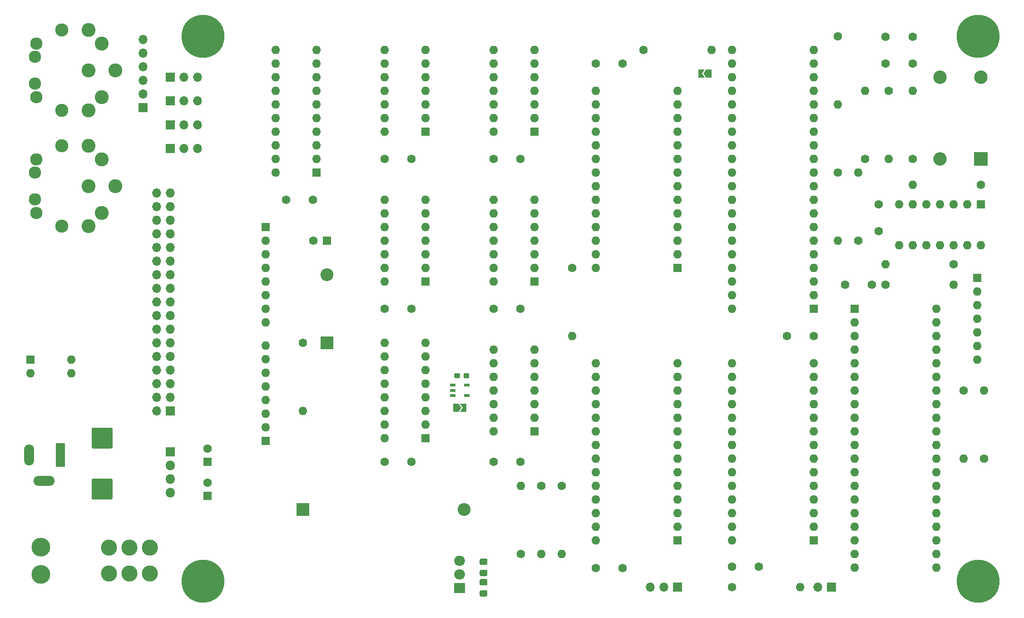
<source format=gbr>
%TF.GenerationSoftware,KiCad,Pcbnew,(5.1.10)-1*%
%TF.CreationDate,2022-09-04T00:24:51-04:00*%
%TF.ProjectId,1581-improved,31353831-2d69-46d7-9072-6f7665642e6b,2*%
%TF.SameCoordinates,Original*%
%TF.FileFunction,Soldermask,Top*%
%TF.FilePolarity,Negative*%
%FSLAX46Y46*%
G04 Gerber Fmt 4.6, Leading zero omitted, Abs format (unit mm)*
G04 Created by KiCad (PCBNEW (5.1.10)-1) date 2022-09-04 00:24:51*
%MOMM*%
%LPD*%
G01*
G04 APERTURE LIST*
%ADD10C,0.100000*%
%ADD11C,0.900000*%
%ADD12C,8.000000*%
%ADD13R,1.600000X1.600000*%
%ADD14C,1.600000*%
%ADD15R,1.700000X1.700000*%
%ADD16O,1.700000X1.700000*%
%ADD17C,2.600000*%
%ADD18C,2.300000*%
%ADD19C,2.450000*%
%ADD20O,1.600000X1.600000*%
%ADD21R,1.800000X1.800000*%
%ADD22O,1.800000X1.800000*%
%ADD23O,4.000000X1.800000*%
%ADD24O,1.800000X4.000000*%
%ADD25R,1.800000X4.400000*%
%ADD26R,1.000000X0.500000*%
%ADD27R,2.500000X2.500000*%
%ADD28C,2.500000*%
%ADD29C,3.500000*%
%ADD30C,3.000000*%
%ADD31R,2.000000X1.905000*%
%ADD32O,2.000000X1.905000*%
%ADD33R,2.400000X2.400000*%
%ADD34O,2.400000X2.400000*%
G04 APERTURE END LIST*
D10*
%TO.C,JP1*%
G36*
X177210000Y-46875000D02*
G01*
X178360000Y-46875000D01*
X177860000Y-47625000D01*
X178360000Y-48375000D01*
X177210000Y-48375000D01*
X177210000Y-46875000D01*
G37*
G36*
X178160000Y-47625000D02*
G01*
X178660000Y-46875000D01*
X179660000Y-46875000D01*
X179660000Y-48375000D01*
X178660000Y-48375000D01*
X178160000Y-47625000D01*
G37*
%TD*%
D11*
%TO.C,REF\u002A\u002A*%
X231483320Y-140118680D03*
X229362000Y-139240000D03*
X227240680Y-140118680D03*
X226362000Y-142240000D03*
X227240680Y-144361320D03*
X229362000Y-145240000D03*
X231483320Y-144361320D03*
X232362000Y-142240000D03*
D12*
X229362000Y-142240000D03*
%TD*%
D11*
%TO.C,REF\u002A\u002A*%
X231483320Y-38518680D03*
X229362000Y-37640000D03*
X227240680Y-38518680D03*
X226362000Y-40640000D03*
X227240680Y-42761320D03*
X229362000Y-43640000D03*
X231483320Y-42761320D03*
X232362000Y-40640000D03*
D12*
X229362000Y-40640000D03*
%TD*%
D11*
%TO.C,REF\u002A\u002A*%
X86957320Y-140118680D03*
X84836000Y-139240000D03*
X82714680Y-140118680D03*
X81836000Y-142240000D03*
X82714680Y-144361320D03*
X84836000Y-145240000D03*
X86957320Y-144361320D03*
X87836000Y-142240000D03*
D12*
X84836000Y-142240000D03*
%TD*%
D11*
%TO.C,REF\u002A\u002A*%
X86957320Y-38518680D03*
X84836000Y-37640000D03*
X82714680Y-38518680D03*
X81836000Y-40640000D03*
X82714680Y-42761320D03*
X84836000Y-43640000D03*
X86957320Y-42761320D03*
X87836000Y-40640000D03*
D12*
X84836000Y-40640000D03*
%TD*%
D13*
%TO.C,C18*%
X85725000Y-126365000D03*
D14*
X85725000Y-123865000D03*
%TD*%
D13*
%TO.C,C20*%
X107950000Y-78740000D03*
D14*
X105450000Y-78740000D03*
%TD*%
%TO.C,C22*%
X85725000Y-117515000D03*
D13*
X85725000Y-120015000D03*
%TD*%
D15*
%TO.C,CN1*%
X73660000Y-53975000D03*
D16*
X73660000Y-51435000D03*
X73660000Y-48895000D03*
X73660000Y-46355000D03*
X73660000Y-43815000D03*
X73660000Y-41275000D03*
%TD*%
D15*
%TO.C,CN2*%
X78740000Y-110490000D03*
D16*
X76200000Y-110490000D03*
X78740000Y-107950000D03*
X76200000Y-107950000D03*
X78740000Y-105410000D03*
X76200000Y-105410000D03*
X78740000Y-102870000D03*
X76200000Y-102870000D03*
X78740000Y-100330000D03*
X76200000Y-100330000D03*
X78740000Y-97790000D03*
X76200000Y-97790000D03*
X78740000Y-95250000D03*
X76200000Y-95250000D03*
X78740000Y-92710000D03*
X76200000Y-92710000D03*
X78740000Y-90170000D03*
X76200000Y-90170000D03*
X78740000Y-87630000D03*
X76200000Y-87630000D03*
X78740000Y-85090000D03*
X76200000Y-85090000D03*
X78740000Y-82550000D03*
X76200000Y-82550000D03*
X78740000Y-80010000D03*
X76200000Y-80010000D03*
X78740000Y-77470000D03*
X76200000Y-77470000D03*
X78740000Y-74930000D03*
X76200000Y-74930000D03*
X78740000Y-72390000D03*
X76200000Y-72390000D03*
X78740000Y-69850000D03*
X76200000Y-69850000D03*
%TD*%
D17*
%TO.C,CN3*%
X68500000Y-68580000D03*
X66000000Y-73580000D03*
X66000000Y-63580000D03*
X63500000Y-76080000D03*
X63500000Y-68580000D03*
X63500000Y-61080000D03*
D18*
X53800000Y-63580000D03*
X53800000Y-73580000D03*
X53500000Y-66080000D03*
X53500000Y-71080000D03*
D19*
X58500000Y-76080000D03*
X58500000Y-61080000D03*
%TD*%
D15*
%TO.C,CN5*%
X173355000Y-143383000D03*
D16*
X170815000Y-143383000D03*
X168275000Y-143383000D03*
%TD*%
%TO.C,EMI1*%
X83820000Y-52705000D03*
X81280000Y-52705000D03*
D15*
X78740000Y-52705000D03*
%TD*%
%TO.C,EMI2*%
X78740000Y-48260000D03*
D16*
X81280000Y-48260000D03*
X83820000Y-48260000D03*
%TD*%
D15*
%TO.C,EMI3*%
X78740000Y-61595000D03*
D16*
X81280000Y-61595000D03*
X83820000Y-61595000D03*
%TD*%
%TO.C,EMI4*%
X83820000Y-57150000D03*
X81280000Y-57150000D03*
D15*
X78740000Y-57150000D03*
%TD*%
D13*
%TO.C,RP3*%
X96520000Y-116078000D03*
D20*
X96520000Y-113538000D03*
X96520000Y-110998000D03*
X96520000Y-108458000D03*
X96520000Y-105918000D03*
X96520000Y-103378000D03*
X96520000Y-100838000D03*
X96520000Y-98298000D03*
%TD*%
D13*
%TO.C,SW1*%
X52705000Y-100965000D03*
D20*
X60325000Y-103505000D03*
X52705000Y-103505000D03*
X60325000Y-100965000D03*
%TD*%
D13*
%TO.C,U4*%
X173355000Y-83820000D03*
D20*
X158115000Y-50800000D03*
X173355000Y-81280000D03*
X158115000Y-53340000D03*
X173355000Y-78740000D03*
X158115000Y-55880000D03*
X173355000Y-76200000D03*
X158115000Y-58420000D03*
X173355000Y-73660000D03*
X158115000Y-60960000D03*
X173355000Y-71120000D03*
X158115000Y-63500000D03*
X173355000Y-68580000D03*
X158115000Y-66040000D03*
X173355000Y-66040000D03*
X158115000Y-68580000D03*
X173355000Y-63500000D03*
X158115000Y-71120000D03*
X173355000Y-60960000D03*
X158115000Y-73660000D03*
X173355000Y-58420000D03*
X158115000Y-76200000D03*
X173355000Y-55880000D03*
X158115000Y-78740000D03*
X173355000Y-53340000D03*
X158115000Y-81280000D03*
X173355000Y-50800000D03*
X158115000Y-83820000D03*
%TD*%
D17*
%TO.C,CN4*%
X68500000Y-46990000D03*
X66000000Y-51990000D03*
X66000000Y-41990000D03*
X63500000Y-54490000D03*
X63500000Y-46990000D03*
X63500000Y-39490000D03*
D18*
X53800000Y-41990000D03*
X53800000Y-51990000D03*
X53500000Y-44490000D03*
X53500000Y-49490000D03*
D19*
X58500000Y-54490000D03*
X58500000Y-39490000D03*
%TD*%
D21*
%TO.C,J1*%
X78740000Y-118110000D03*
D22*
X78740000Y-120650000D03*
X78740000Y-123190000D03*
X78740000Y-125730000D03*
%TD*%
D23*
%TO.C,J2*%
X55245000Y-123545000D03*
D24*
X52445000Y-118745000D03*
D25*
X58245000Y-118745000D03*
%TD*%
D26*
%TO.C,U14*%
X131381500Y-105727500D03*
X131381500Y-107632500D03*
X131381500Y-106680000D03*
X134048500Y-107632500D03*
X134048500Y-105727500D03*
%TD*%
D27*
%TO.C,X1*%
X229870000Y-63500000D03*
D28*
X222250000Y-63500000D03*
X222250000Y-48260000D03*
X229870000Y-48260000D03*
%TD*%
%TO.C,C16*%
G36*
G01*
X137635000Y-145135000D02*
X136685000Y-145135000D01*
G75*
G02*
X136435000Y-144885000I0J250000D01*
G01*
X136435000Y-144210000D01*
G75*
G02*
X136685000Y-143960000I250000J0D01*
G01*
X137635000Y-143960000D01*
G75*
G02*
X137885000Y-144210000I0J-250000D01*
G01*
X137885000Y-144885000D01*
G75*
G02*
X137635000Y-145135000I-250000J0D01*
G01*
G37*
G36*
G01*
X137635000Y-143060000D02*
X136685000Y-143060000D01*
G75*
G02*
X136435000Y-142810000I0J250000D01*
G01*
X136435000Y-142135000D01*
G75*
G02*
X136685000Y-141885000I250000J0D01*
G01*
X137635000Y-141885000D01*
G75*
G02*
X137885000Y-142135000I0J-250000D01*
G01*
X137885000Y-142810000D01*
G75*
G02*
X137635000Y-143060000I-250000J0D01*
G01*
G37*
%TD*%
%TO.C,C17*%
G36*
G01*
X136685000Y-140150000D02*
X137635000Y-140150000D01*
G75*
G02*
X137885000Y-140400000I0J-250000D01*
G01*
X137885000Y-141075000D01*
G75*
G02*
X137635000Y-141325000I-250000J0D01*
G01*
X136685000Y-141325000D01*
G75*
G02*
X136435000Y-141075000I0J250000D01*
G01*
X136435000Y-140400000D01*
G75*
G02*
X136685000Y-140150000I250000J0D01*
G01*
G37*
G36*
G01*
X136685000Y-138075000D02*
X137635000Y-138075000D01*
G75*
G02*
X137885000Y-138325000I0J-250000D01*
G01*
X137885000Y-139000000D01*
G75*
G02*
X137635000Y-139250000I-250000J0D01*
G01*
X136685000Y-139250000D01*
G75*
G02*
X136435000Y-139000000I0J250000D01*
G01*
X136435000Y-138325000D01*
G75*
G02*
X136685000Y-138075000I250000J0D01*
G01*
G37*
%TD*%
D29*
%TO.C,SW2*%
X54610000Y-135890000D03*
X54610000Y-140970000D03*
D30*
X67310000Y-136017000D03*
X67310000Y-140843000D03*
X71120000Y-136017000D03*
X71120000Y-140843000D03*
X74930000Y-136017000D03*
X74930000Y-140843000D03*
%TD*%
D31*
%TO.C,U15*%
X132715000Y-143510000D03*
D32*
X132715000Y-140970000D03*
X132715000Y-138430000D03*
%TD*%
D33*
%TO.C,C19*%
X103505000Y-128905000D03*
D34*
X133505000Y-128905000D03*
%TD*%
D10*
%TO.C,JP2*%
G36*
X133940000Y-110668500D02*
G01*
X132790000Y-110668500D01*
X133290000Y-109918500D01*
X132790000Y-109168500D01*
X133940000Y-109168500D01*
X133940000Y-110668500D01*
G37*
G36*
X132990000Y-109918500D02*
G01*
X132490000Y-110668500D01*
X131490000Y-110668500D01*
X131490000Y-109168500D01*
X132490000Y-109168500D01*
X132990000Y-109918500D01*
G37*
%TD*%
D15*
%TO.C,JP5*%
X202057000Y-143383000D03*
D16*
X199517000Y-143383000D03*
%TD*%
D13*
%TO.C,U2*%
X173355000Y-134620000D03*
D20*
X158115000Y-101600000D03*
X173355000Y-132080000D03*
X158115000Y-104140000D03*
X173355000Y-129540000D03*
X158115000Y-106680000D03*
X173355000Y-127000000D03*
X158115000Y-109220000D03*
X173355000Y-124460000D03*
X158115000Y-111760000D03*
X173355000Y-121920000D03*
X158115000Y-114300000D03*
X173355000Y-119380000D03*
X158115000Y-116840000D03*
X173355000Y-116840000D03*
X158115000Y-119380000D03*
X173355000Y-114300000D03*
X158115000Y-121920000D03*
X173355000Y-111760000D03*
X158115000Y-124460000D03*
X173355000Y-109220000D03*
X158115000Y-127000000D03*
X173355000Y-106680000D03*
X158115000Y-129540000D03*
X173355000Y-104140000D03*
X158115000Y-132080000D03*
X173355000Y-101600000D03*
X158115000Y-134620000D03*
%TD*%
D13*
%TO.C,U6*%
X126365000Y-115570000D03*
D20*
X118745000Y-97790000D03*
X126365000Y-113030000D03*
X118745000Y-100330000D03*
X126365000Y-110490000D03*
X118745000Y-102870000D03*
X126365000Y-107950000D03*
X118745000Y-105410000D03*
X126365000Y-105410000D03*
X118745000Y-107950000D03*
X126365000Y-102870000D03*
X118745000Y-110490000D03*
X126365000Y-100330000D03*
X118745000Y-113030000D03*
X126365000Y-97790000D03*
X118745000Y-115570000D03*
%TD*%
%TO.C,U7*%
X118745000Y-86360000D03*
X126365000Y-71120000D03*
X118745000Y-83820000D03*
X126365000Y-73660000D03*
X118745000Y-81280000D03*
X126365000Y-76200000D03*
X118745000Y-78740000D03*
X126365000Y-78740000D03*
X118745000Y-76200000D03*
X126365000Y-81280000D03*
X118745000Y-73660000D03*
X126365000Y-83820000D03*
X118745000Y-71120000D03*
D13*
X126365000Y-86360000D03*
%TD*%
%TO.C,U8*%
X146685000Y-86360000D03*
D20*
X139065000Y-71120000D03*
X146685000Y-83820000D03*
X139065000Y-73660000D03*
X146685000Y-81280000D03*
X139065000Y-76200000D03*
X146685000Y-78740000D03*
X139065000Y-78740000D03*
X146685000Y-76200000D03*
X139065000Y-81280000D03*
X146685000Y-73660000D03*
X139065000Y-83820000D03*
X146685000Y-71120000D03*
X139065000Y-86360000D03*
%TD*%
D13*
%TO.C,U9*%
X126365000Y-58420000D03*
D20*
X118745000Y-43180000D03*
X126365000Y-55880000D03*
X118745000Y-45720000D03*
X126365000Y-53340000D03*
X118745000Y-48260000D03*
X126365000Y-50800000D03*
X118745000Y-50800000D03*
X126365000Y-48260000D03*
X118745000Y-53340000D03*
X126365000Y-45720000D03*
X118745000Y-55880000D03*
X126365000Y-43180000D03*
X118745000Y-58420000D03*
%TD*%
D13*
%TO.C,U10*%
X229870000Y-72009000D03*
D20*
X214630000Y-79629000D03*
X227330000Y-72009000D03*
X217170000Y-79629000D03*
X224790000Y-72009000D03*
X219710000Y-79629000D03*
X222250000Y-72009000D03*
X222250000Y-79629000D03*
X219710000Y-72009000D03*
X224790000Y-79629000D03*
X217170000Y-72009000D03*
X227330000Y-79629000D03*
X214630000Y-72009000D03*
X229870000Y-79629000D03*
%TD*%
%TO.C,U11*%
X139065000Y-114300000D03*
X146685000Y-99060000D03*
X139065000Y-111760000D03*
X146685000Y-101600000D03*
X139065000Y-109220000D03*
X146685000Y-104140000D03*
X139065000Y-106680000D03*
X146685000Y-106680000D03*
X139065000Y-104140000D03*
X146685000Y-109220000D03*
X139065000Y-101600000D03*
X146685000Y-111760000D03*
X139065000Y-99060000D03*
D13*
X146685000Y-114300000D03*
%TD*%
D20*
%TO.C,U12*%
X139065000Y-58420000D03*
X146685000Y-43180000D03*
X139065000Y-55880000D03*
X146685000Y-45720000D03*
X139065000Y-53340000D03*
X146685000Y-48260000D03*
X139065000Y-50800000D03*
X146685000Y-50800000D03*
X139065000Y-48260000D03*
X146685000Y-53340000D03*
X139065000Y-45720000D03*
X146685000Y-55880000D03*
X139065000Y-43180000D03*
D13*
X146685000Y-58420000D03*
%TD*%
%TO.C,U13*%
X106045000Y-66040000D03*
D20*
X98425000Y-43180000D03*
X106045000Y-63500000D03*
X98425000Y-45720000D03*
X106045000Y-60960000D03*
X98425000Y-48260000D03*
X106045000Y-58420000D03*
X98425000Y-50800000D03*
X106045000Y-55880000D03*
X98425000Y-53340000D03*
X106045000Y-53340000D03*
X98425000Y-55880000D03*
X106045000Y-50800000D03*
X98425000Y-58420000D03*
X106045000Y-48260000D03*
X98425000Y-60960000D03*
X106045000Y-45720000D03*
X98425000Y-63500000D03*
X106045000Y-43180000D03*
X98425000Y-66040000D03*
%TD*%
D33*
%TO.C,CR4*%
X107950000Y-97790000D03*
D34*
X107950000Y-85090000D03*
%TD*%
D14*
%TO.C,C1*%
X204550000Y-86995000D03*
X209550000Y-86995000D03*
%TD*%
%TO.C,C2*%
X163115000Y-139827000D03*
X158115000Y-139827000D03*
%TD*%
%TO.C,C3*%
X188515000Y-139573000D03*
X183515000Y-139573000D03*
%TD*%
%TO.C,C4*%
X163115000Y-45720000D03*
X158115000Y-45720000D03*
%TD*%
%TO.C,C5*%
X193755000Y-96520000D03*
X198755000Y-96520000D03*
%TD*%
%TO.C,C6*%
X118745000Y-120015000D03*
X123745000Y-120015000D03*
%TD*%
%TO.C,C7*%
X123745000Y-91440000D03*
X118745000Y-91440000D03*
%TD*%
%TO.C,C8*%
X144065000Y-91440000D03*
X139065000Y-91440000D03*
%TD*%
%TO.C,C9*%
X118745000Y-63500000D03*
X123745000Y-63500000D03*
%TD*%
%TO.C,C10*%
X210820000Y-72009000D03*
X210820000Y-77009000D03*
%TD*%
%TO.C,C11*%
X139065000Y-120015000D03*
X144065000Y-120015000D03*
%TD*%
%TO.C,C12*%
X139065000Y-63500000D03*
X144065000Y-63500000D03*
%TD*%
%TO.C,C13*%
X105330000Y-71120000D03*
X100330000Y-71120000D03*
%TD*%
%TO.C,C14*%
X212090000Y-45720000D03*
X212090000Y-40720000D03*
%TD*%
%TO.C,C15*%
X217170000Y-40720000D03*
X217170000Y-45720000D03*
%TD*%
%TO.C,R1*%
X230505000Y-119380000D03*
D20*
X230505000Y-106680000D03*
%TD*%
%TO.C,R3*%
X203200000Y-78740000D03*
D14*
X203200000Y-66040000D03*
%TD*%
%TO.C,R4*%
X153670000Y-83820000D03*
D20*
X153670000Y-96520000D03*
%TD*%
%TO.C,R5*%
X179705000Y-43180000D03*
D14*
X167005000Y-43180000D03*
%TD*%
D20*
%TO.C,R9*%
X217170000Y-68326000D03*
D14*
X229870000Y-68326000D03*
%TD*%
%TO.C,R10*%
X212090000Y-86995000D03*
D20*
X224790000Y-86995000D03*
%TD*%
%TO.C,R11*%
X208280000Y-50800000D03*
D14*
X208280000Y-63500000D03*
%TD*%
%TO.C,R12*%
X147955000Y-124460000D03*
D20*
X147955000Y-137160000D03*
%TD*%
%TO.C,R13*%
X144145000Y-124460000D03*
D14*
X144145000Y-137160000D03*
%TD*%
%TO.C,R14*%
X151765000Y-124460000D03*
D20*
X151765000Y-137160000D03*
%TD*%
D14*
%TO.C,R6*%
X183515000Y-143383000D03*
D20*
X196215000Y-143383000D03*
%TD*%
D13*
%TO.C,RP2*%
X229235000Y-85725000D03*
D20*
X229235000Y-88265000D03*
X229235000Y-90805000D03*
X229235000Y-93345000D03*
X229235000Y-95885000D03*
X229235000Y-98425000D03*
X229235000Y-100965000D03*
%TD*%
%TO.C,FB1*%
X226695000Y-119380000D03*
D14*
X226695000Y-106680000D03*
%TD*%
%TO.C,FB2*%
X207010000Y-78740000D03*
D20*
X207010000Y-66040000D03*
%TD*%
%TO.C,FB3*%
X212725000Y-63500000D03*
D14*
X212725000Y-50800000D03*
%TD*%
%TO.C,FB4*%
X217170000Y-63500000D03*
D20*
X217170000Y-50800000D03*
%TD*%
%TO.C,FB5*%
X212090000Y-83185000D03*
D14*
X224790000Y-83185000D03*
%TD*%
%TO.C,FB6*%
X203200000Y-40640000D03*
D20*
X203200000Y-53340000D03*
%TD*%
%TO.C,C21*%
G36*
G01*
X131696000Y-104187000D02*
X131696000Y-103712000D01*
G75*
G02*
X131933500Y-103474500I237500J0D01*
G01*
X132533500Y-103474500D01*
G75*
G02*
X132771000Y-103712000I0J-237500D01*
G01*
X132771000Y-104187000D01*
G75*
G02*
X132533500Y-104424500I-237500J0D01*
G01*
X131933500Y-104424500D01*
G75*
G02*
X131696000Y-104187000I0J237500D01*
G01*
G37*
G36*
G01*
X133421000Y-104187000D02*
X133421000Y-103712000D01*
G75*
G02*
X133658500Y-103474500I237500J0D01*
G01*
X134258500Y-103474500D01*
G75*
G02*
X134496000Y-103712000I0J-237500D01*
G01*
X134496000Y-104187000D01*
G75*
G02*
X134258500Y-104424500I-237500J0D01*
G01*
X133658500Y-104424500D01*
G75*
G02*
X133421000Y-104187000I0J237500D01*
G01*
G37*
%TD*%
D13*
%TO.C,U3*%
X198755000Y-134620000D03*
D20*
X183515000Y-101600000D03*
X198755000Y-132080000D03*
X183515000Y-104140000D03*
X198755000Y-129540000D03*
X183515000Y-106680000D03*
X198755000Y-127000000D03*
X183515000Y-109220000D03*
X198755000Y-124460000D03*
X183515000Y-111760000D03*
X198755000Y-121920000D03*
X183515000Y-114300000D03*
X198755000Y-119380000D03*
X183515000Y-116840000D03*
X198755000Y-116840000D03*
X183515000Y-119380000D03*
X198755000Y-114300000D03*
X183515000Y-121920000D03*
X198755000Y-111760000D03*
X183515000Y-124460000D03*
X198755000Y-109220000D03*
X183515000Y-127000000D03*
X198755000Y-106680000D03*
X183515000Y-129540000D03*
X198755000Y-104140000D03*
X183515000Y-132080000D03*
X198755000Y-101600000D03*
X183515000Y-134620000D03*
%TD*%
D13*
%TO.C,U5*%
X198755000Y-91440000D03*
D20*
X183515000Y-43180000D03*
X198755000Y-88900000D03*
X183515000Y-45720000D03*
X198755000Y-86360000D03*
X183515000Y-48260000D03*
X198755000Y-83820000D03*
X183515000Y-50800000D03*
X198755000Y-81280000D03*
X183515000Y-53340000D03*
X198755000Y-78740000D03*
X183515000Y-55880000D03*
X198755000Y-76200000D03*
X183515000Y-58420000D03*
X198755000Y-73660000D03*
X183515000Y-60960000D03*
X198755000Y-71120000D03*
X183515000Y-63500000D03*
X198755000Y-68580000D03*
X183515000Y-66040000D03*
X198755000Y-66040000D03*
X183515000Y-68580000D03*
X198755000Y-63500000D03*
X183515000Y-71120000D03*
X198755000Y-60960000D03*
X183515000Y-73660000D03*
X198755000Y-58420000D03*
X183515000Y-76200000D03*
X198755000Y-55880000D03*
X183515000Y-78740000D03*
X198755000Y-53340000D03*
X183515000Y-81280000D03*
X198755000Y-50800000D03*
X183515000Y-83820000D03*
X198755000Y-48260000D03*
X183515000Y-86360000D03*
X198755000Y-45720000D03*
X183515000Y-88900000D03*
X198755000Y-43180000D03*
X183515000Y-91440000D03*
%TD*%
D14*
%TO.C,R2*%
X103505000Y-97790000D03*
D20*
X103505000Y-110490000D03*
%TD*%
D13*
%TO.C,RP1*%
X96520000Y-76200000D03*
D20*
X96520000Y-78740000D03*
X96520000Y-81280000D03*
X96520000Y-83820000D03*
X96520000Y-86360000D03*
X96520000Y-88900000D03*
X96520000Y-91440000D03*
X96520000Y-93980000D03*
%TD*%
%TO.C,J3*%
G36*
G01*
X64090000Y-126794999D02*
X64090000Y-123395001D01*
G75*
G02*
X64340001Y-123145000I250001J0D01*
G01*
X67739999Y-123145000D01*
G75*
G02*
X67990000Y-123395001I0J-250001D01*
G01*
X67990000Y-126794999D01*
G75*
G02*
X67739999Y-127045000I-250001J0D01*
G01*
X64340001Y-127045000D01*
G75*
G02*
X64090000Y-126794999I0J250001D01*
G01*
G37*
%TD*%
%TO.C,J4*%
G36*
G01*
X64090000Y-117269999D02*
X64090000Y-113870001D01*
G75*
G02*
X64340001Y-113620000I250001J0D01*
G01*
X67739999Y-113620000D01*
G75*
G02*
X67990000Y-113870001I0J-250001D01*
G01*
X67990000Y-117269999D01*
G75*
G02*
X67739999Y-117520000I-250001J0D01*
G01*
X64340001Y-117520000D01*
G75*
G02*
X64090000Y-117269999I0J250001D01*
G01*
G37*
%TD*%
D13*
%TO.C,U1*%
X206375000Y-91440000D03*
D20*
X221615000Y-139700000D03*
X206375000Y-93980000D03*
X221615000Y-137160000D03*
X206375000Y-96520000D03*
X221615000Y-134620000D03*
X206375000Y-99060000D03*
X221615000Y-132080000D03*
X206375000Y-101600000D03*
X221615000Y-129540000D03*
X206375000Y-104140000D03*
X221615000Y-127000000D03*
X206375000Y-106680000D03*
X221615000Y-124460000D03*
X206375000Y-109220000D03*
X221615000Y-121920000D03*
X206375000Y-111760000D03*
X221615000Y-119380000D03*
X206375000Y-114300000D03*
X221615000Y-116840000D03*
X206375000Y-116840000D03*
X221615000Y-114300000D03*
X206375000Y-119380000D03*
X221615000Y-111760000D03*
X206375000Y-121920000D03*
X221615000Y-109220000D03*
X206375000Y-124460000D03*
X221615000Y-106680000D03*
X206375000Y-127000000D03*
X221615000Y-104140000D03*
X206375000Y-129540000D03*
X221615000Y-101600000D03*
X206375000Y-132080000D03*
X221615000Y-99060000D03*
X206375000Y-134620000D03*
X221615000Y-96520000D03*
X206375000Y-137160000D03*
X221615000Y-93980000D03*
X206375000Y-139700000D03*
X221615000Y-91440000D03*
%TD*%
M02*

</source>
